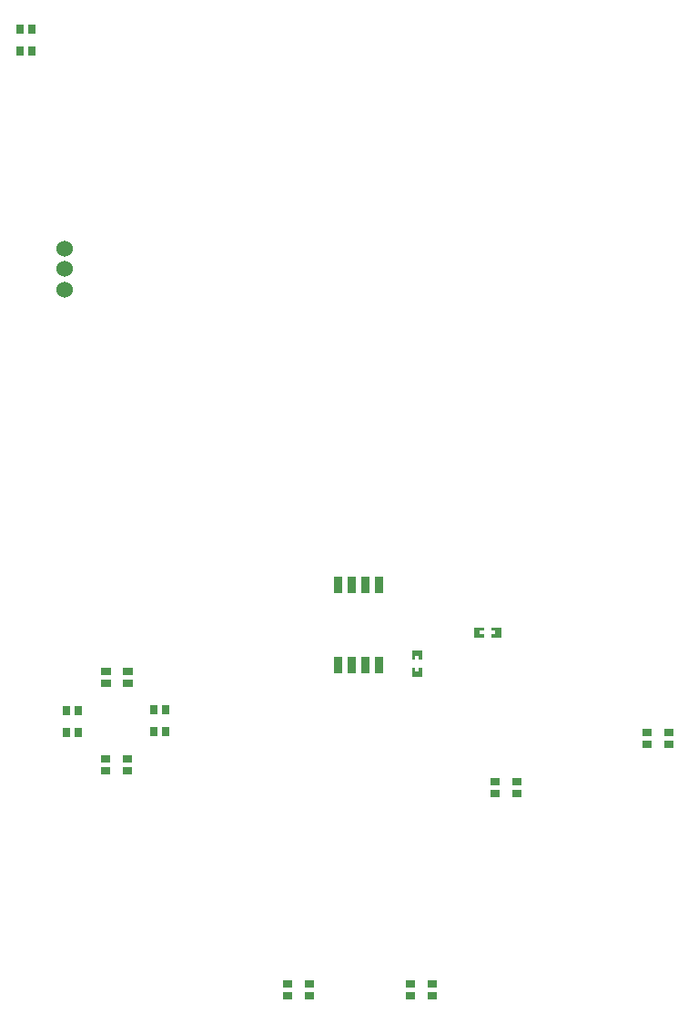
<source format=gtp>
G04 Layer: TopPasteMaskLayer*
G04 EasyEDA v6.4.25, 2021-09-17T16:21:59--7:00*
G04 8dbd8d05a4bf401dbff3891acb08e7ed,1286d1f709c949e68cfeef46812bcf49,10*
G04 Gerber Generator version 0.2*
G04 Scale: 100 percent, Rotated: No, Reflected: No *
G04 Dimensions in millimeters *
G04 leading zeros omitted , absolute positions ,4 integer and 5 decimal *
%FSLAX45Y45*%
%MOMM*%

%ADD16C,1.5240*%
%ADD18R,0.9000X0.7000*%
%ADD19R,0.7000X0.9000*%

%LPD*%
G36*
X9243720Y3439210D02*
G01*
X9238691Y3434181D01*
X9238691Y3354222D01*
X9243720Y3349193D01*
X9266478Y3349193D01*
X9266478Y3386226D01*
X9299498Y3386226D01*
X9299498Y3349193D01*
X9323679Y3349193D01*
X9328708Y3354222D01*
X9328708Y3434181D01*
X9323679Y3439210D01*
G37*
G36*
X9243720Y3279190D02*
G01*
X9238691Y3274212D01*
X9238691Y3195218D01*
X9243720Y3190189D01*
X9323679Y3190189D01*
X9328708Y3195218D01*
X9328708Y3274212D01*
X9323679Y3279190D01*
X9299498Y3279190D01*
X9299498Y3241192D01*
X9266478Y3241192D01*
X9266478Y3279190D01*
G37*
G36*
X9980676Y3650284D02*
G01*
X9975646Y3645306D01*
X9975646Y3622497D01*
X10012629Y3622497D01*
X10012629Y3589477D01*
X9975646Y3589477D01*
X9975646Y3565296D01*
X9980676Y3560318D01*
X10060635Y3560318D01*
X10065664Y3565296D01*
X10065664Y3645306D01*
X10060635Y3650284D01*
G37*
G36*
X9821672Y3650284D02*
G01*
X9816642Y3645306D01*
X9816642Y3565296D01*
X9821672Y3560318D01*
X9900666Y3560318D01*
X9905644Y3565296D01*
X9905644Y3589477D01*
X9867646Y3589477D01*
X9867646Y3622497D01*
X9905644Y3622497D01*
X9905644Y3645306D01*
X9900666Y3650284D01*
G37*
D16*
G01*
X6007100Y7175500D03*
G01*
X6007100Y6985000D03*
G01*
X6007100Y6794500D03*
G36*
X11581317Y2600129D02*
G01*
X11671317Y2600129D01*
X11671317Y2530129D01*
X11581317Y2530129D01*
G37*
G36*
X11581315Y2710121D02*
G01*
X11671317Y2710121D01*
X11671317Y2640121D01*
X11581315Y2640121D01*
G37*
G36*
X11377317Y2710111D02*
G01*
X11467317Y2710111D01*
X11467317Y2640111D01*
X11377317Y2640111D01*
G37*
G36*
X11377317Y2600129D02*
G01*
X11467317Y2600129D01*
X11467317Y2530129D01*
X11377317Y2530129D01*
G37*
D18*
G01*
X10007981Y2219985D03*
G01*
X10211968Y2110003D03*
G01*
X10211968Y2219985D03*
G01*
X10007981Y2110003D03*
G01*
X9223984Y337997D03*
G01*
X9223984Y227990D03*
G01*
X9427972Y228015D03*
G01*
X9427972Y337997D03*
G01*
X8077987Y337997D03*
G01*
X8077987Y227990D03*
G01*
X8281974Y228015D03*
G01*
X8281974Y337997D03*
D19*
G01*
X6834987Y2680004D03*
G01*
X6944995Y2680004D03*
G01*
X6944969Y2883992D03*
G01*
X6834987Y2883992D03*
D18*
G01*
X6388988Y2430983D03*
G01*
X6388988Y2321001D03*
G01*
X6592976Y2321001D03*
G01*
X6592976Y2430983D03*
D19*
G01*
X6128969Y2876981D03*
G01*
X6018987Y2876981D03*
G01*
X6018987Y2672994D03*
G01*
X6128969Y2672994D03*
G36*
X6550987Y3168002D02*
G01*
X6640987Y3168002D01*
X6640987Y3098002D01*
X6550987Y3098002D01*
G37*
G36*
X6550985Y3277994D02*
G01*
X6640987Y3277994D01*
X6640987Y3207994D01*
X6550985Y3207994D01*
G37*
G36*
X6346987Y3277984D02*
G01*
X6436987Y3277984D01*
X6436987Y3207984D01*
X6346987Y3207984D01*
G37*
G36*
X6346987Y3168002D02*
G01*
X6436987Y3168002D01*
X6436987Y3098002D01*
X6346987Y3098002D01*
G37*
G01*
X5703595Y9210319D03*
G01*
X5593588Y9210319D03*
G01*
X5593613Y9006306D03*
G01*
X5703595Y9006306D03*
G36*
X8964582Y3971091D02*
G01*
X8888382Y3971091D01*
X8888382Y4123491D01*
X8964582Y4123491D01*
G37*
G36*
X8837582Y3971091D02*
G01*
X8761382Y3971091D01*
X8761382Y4123491D01*
X8837582Y4123491D01*
G37*
G36*
X8710582Y3971091D02*
G01*
X8634382Y3971091D01*
X8634382Y4123491D01*
X8710582Y4123491D01*
G37*
G36*
X8583582Y3971091D02*
G01*
X8507382Y3971091D01*
X8507382Y4123491D01*
X8583582Y4123491D01*
G37*
G36*
X8507382Y3382497D02*
G01*
X8583582Y3382497D01*
X8583582Y3230097D01*
X8507382Y3230097D01*
G37*
G36*
X8634382Y3382497D02*
G01*
X8710582Y3382497D01*
X8710582Y3230097D01*
X8634382Y3230097D01*
G37*
G36*
X8761382Y3382497D02*
G01*
X8837582Y3382497D01*
X8837582Y3230097D01*
X8761382Y3230097D01*
G37*
G36*
X8888382Y3382497D02*
G01*
X8964582Y3382497D01*
X8964582Y3230097D01*
X8888382Y3230097D01*
G37*
M02*

</source>
